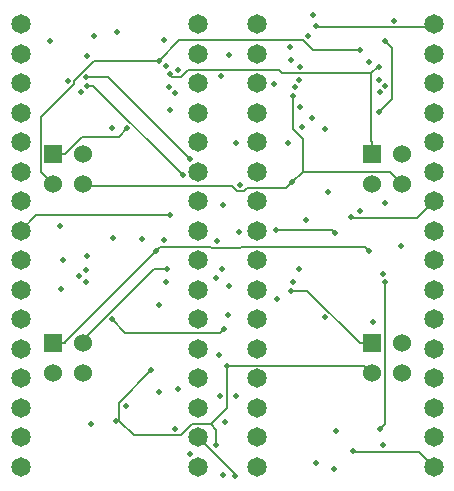
<source format=gbr>
G04 (created by PCBNEW (2013-jul-07)-stable) date Tue 29 Nov 2016 11:37:40 AM PST*
%MOIN*%
G04 Gerber Fmt 3.4, Leading zero omitted, Abs format*
%FSLAX34Y34*%
G01*
G70*
G90*
G04 APERTURE LIST*
%ADD10C,0.00590551*%
%ADD11R,0.06X0.06*%
%ADD12C,0.06*%
%ADD13C,0.065*%
%ADD14C,0.02*%
%ADD15C,0.007*%
G04 APERTURE END LIST*
G54D10*
G54D11*
X21744Y-24500D03*
G54D12*
X21744Y-25500D03*
X22744Y-24500D03*
X22744Y-25500D03*
G54D11*
X21744Y-30799D03*
G54D12*
X21744Y-31799D03*
X22744Y-30799D03*
X22744Y-31799D03*
G54D11*
X32374Y-24500D03*
G54D12*
X32374Y-25500D03*
X33374Y-24500D03*
X33374Y-25500D03*
G54D11*
X32374Y-30799D03*
G54D12*
X32374Y-31799D03*
X33374Y-30799D03*
X33374Y-31799D03*
G54D13*
X28543Y-28051D03*
X28543Y-29035D03*
X28543Y-30019D03*
X28543Y-31003D03*
X28543Y-31988D03*
X28543Y-32972D03*
X28543Y-33956D03*
X28543Y-34940D03*
X34448Y-34940D03*
X34448Y-33956D03*
X34448Y-32972D03*
X34448Y-31988D03*
X34448Y-31003D03*
X34448Y-30019D03*
X34448Y-29035D03*
X34448Y-28051D03*
X28543Y-20177D03*
X28543Y-21161D03*
X28543Y-22145D03*
X28543Y-23129D03*
X28543Y-24114D03*
X28543Y-25098D03*
X28543Y-26082D03*
X28543Y-27066D03*
X34448Y-27066D03*
X34448Y-26082D03*
X34448Y-25098D03*
X34448Y-24114D03*
X34448Y-23129D03*
X34448Y-22145D03*
X34448Y-21161D03*
X34448Y-20177D03*
X20669Y-28051D03*
X20669Y-29035D03*
X20669Y-30019D03*
X20669Y-31003D03*
X20669Y-31988D03*
X20669Y-32972D03*
X20669Y-33956D03*
X20669Y-34940D03*
X26574Y-34940D03*
X26574Y-33956D03*
X26574Y-32972D03*
X26574Y-31988D03*
X26574Y-31003D03*
X26574Y-30019D03*
X26574Y-29035D03*
X26574Y-28051D03*
X20669Y-20177D03*
X20669Y-21161D03*
X20669Y-22145D03*
X20669Y-23129D03*
X20669Y-24114D03*
X20669Y-25098D03*
X20669Y-26082D03*
X20669Y-27066D03*
X26574Y-27066D03*
X26574Y-26082D03*
X26574Y-25098D03*
X26574Y-24114D03*
X26574Y-23129D03*
X26574Y-22145D03*
X26574Y-21161D03*
X26574Y-20177D03*
G54D14*
X24212Y-23655D03*
X30500Y-34818D03*
X27313Y-32568D03*
X27433Y-35208D03*
X31145Y-27151D03*
X27393Y-28336D03*
X27272Y-31201D03*
X24704Y-27325D03*
X22095Y-28028D03*
X29168Y-27050D03*
X24181Y-32913D03*
X27410Y-26211D03*
X29981Y-22928D03*
X27615Y-28908D03*
X30386Y-23292D03*
X25463Y-20717D03*
X23730Y-23656D03*
X27440Y-30339D03*
X23720Y-30021D03*
X29648Y-20929D03*
X30807Y-23679D03*
X33361Y-27558D03*
X30832Y-29953D03*
X27354Y-21904D03*
X25637Y-23031D03*
X25283Y-32442D03*
X25268Y-29551D03*
X32810Y-20743D03*
X32607Y-23100D03*
X32755Y-34217D03*
X32419Y-30093D03*
X25924Y-21722D03*
X25547Y-28347D03*
X32606Y-22028D03*
X32270Y-27730D03*
X32283Y-21430D03*
X25184Y-27730D03*
X25519Y-21586D03*
X25637Y-21851D03*
X25451Y-27380D03*
X32612Y-21605D03*
X29728Y-25432D03*
X22690Y-22440D03*
X29759Y-22562D03*
X22839Y-28773D03*
X29693Y-29064D03*
X31102Y-34997D03*
X23121Y-20586D03*
X23737Y-27321D03*
X30242Y-20573D03*
X30176Y-26723D03*
X22887Y-21253D03*
X29690Y-21369D03*
X27571Y-29874D03*
X22896Y-27911D03*
X30063Y-23610D03*
X29985Y-21593D03*
X29219Y-29336D03*
X23001Y-33493D03*
X29595Y-24131D03*
X27862Y-32569D03*
X22245Y-22078D03*
X22001Y-29014D03*
X29115Y-22185D03*
X27842Y-24146D03*
X26304Y-24668D03*
X22863Y-21947D03*
X22860Y-28363D03*
X29958Y-22050D03*
X29960Y-28347D03*
X27986Y-25525D03*
X27496Y-33450D03*
X33113Y-20063D03*
X26079Y-25213D03*
X22869Y-22233D03*
X22627Y-28571D03*
X29809Y-22284D03*
X29735Y-28771D03*
X27953Y-27097D03*
X25824Y-22467D03*
X26311Y-34495D03*
X25523Y-28764D03*
X32647Y-22452D03*
X32662Y-33664D03*
X32814Y-28767D03*
X27224Y-27421D03*
X27802Y-35251D03*
X31698Y-26614D03*
X25625Y-22274D03*
X32818Y-26130D03*
X32817Y-22237D03*
X31170Y-33755D03*
X32745Y-28495D03*
X27192Y-28628D03*
X31764Y-34394D03*
X25269Y-21411D03*
X31998Y-21030D03*
X31988Y-26415D03*
X23862Y-33393D03*
X27197Y-34213D03*
X30422Y-19866D03*
X21640Y-20748D03*
X27551Y-31560D03*
X23898Y-20449D03*
X27603Y-21194D03*
X21975Y-26895D03*
X30930Y-25789D03*
X25031Y-31708D03*
X30514Y-20239D03*
X25909Y-32349D03*
X25814Y-33658D03*
X25639Y-26540D03*
G54D15*
X21744Y-24500D02*
X22149Y-24500D01*
X23942Y-23925D02*
X24212Y-23655D01*
X22723Y-23925D02*
X23942Y-23925D01*
X22149Y-24500D02*
X22723Y-23925D01*
X31044Y-27050D02*
X31145Y-27151D01*
X29168Y-27050D02*
X31044Y-27050D01*
X24162Y-30463D02*
X23720Y-30021D01*
X27316Y-30463D02*
X24162Y-30463D01*
X27440Y-30339D02*
X27316Y-30463D01*
X33040Y-20974D02*
X32810Y-20743D01*
X33040Y-22666D02*
X33040Y-20974D01*
X32607Y-23100D02*
X33040Y-22666D01*
X25100Y-28347D02*
X25547Y-28347D01*
X22744Y-30704D02*
X25100Y-28347D01*
X22744Y-30799D02*
X22744Y-30704D01*
X21744Y-30799D02*
X22149Y-30799D01*
X22149Y-30765D02*
X25184Y-27730D01*
X22149Y-30799D02*
X22149Y-30765D01*
X32155Y-27615D02*
X32270Y-27730D01*
X28009Y-27615D02*
X32155Y-27615D01*
X27972Y-27651D02*
X28009Y-27615D01*
X27050Y-27651D02*
X27972Y-27651D01*
X26999Y-27601D02*
X27050Y-27651D01*
X25313Y-27601D02*
X26999Y-27601D01*
X25184Y-27730D02*
X25313Y-27601D01*
X32374Y-24500D02*
X32374Y-24094D01*
X32351Y-24072D02*
X32374Y-24094D01*
X32351Y-21821D02*
X32351Y-24072D01*
X29394Y-21821D02*
X32351Y-21821D01*
X29268Y-21695D02*
X29394Y-21821D01*
X26261Y-21695D02*
X29268Y-21695D01*
X26028Y-21928D02*
X26261Y-21695D01*
X25713Y-21928D02*
X26028Y-21928D01*
X25637Y-21851D02*
X25713Y-21928D01*
X32567Y-21605D02*
X32612Y-21605D01*
X32351Y-21821D02*
X32567Y-21605D01*
X29532Y-25628D02*
X29728Y-25432D01*
X28215Y-25628D02*
X29532Y-25628D01*
X28100Y-25743D02*
X28215Y-25628D01*
X27877Y-25743D02*
X28100Y-25743D01*
X27725Y-25590D02*
X27877Y-25743D01*
X22834Y-25590D02*
X27725Y-25590D01*
X22744Y-25500D02*
X22834Y-25590D01*
X29759Y-23690D02*
X29759Y-22562D01*
X30067Y-23998D02*
X29759Y-23690D01*
X30067Y-25093D02*
X30067Y-23998D01*
X32967Y-25093D02*
X30067Y-25093D01*
X33374Y-25500D02*
X32967Y-25093D01*
X30067Y-25093D02*
X29728Y-25432D01*
X32374Y-30799D02*
X31968Y-30799D01*
X30233Y-29064D02*
X29693Y-29064D01*
X31968Y-30799D02*
X30233Y-29064D01*
X23583Y-21947D02*
X22863Y-21947D01*
X26304Y-24668D02*
X23583Y-21947D01*
X23099Y-22233D02*
X26079Y-25213D01*
X22869Y-22233D02*
X23099Y-22233D01*
X32814Y-33512D02*
X32814Y-28767D01*
X32662Y-33664D02*
X32814Y-33512D01*
X27802Y-35184D02*
X27802Y-35251D01*
X26574Y-33956D02*
X27802Y-35184D01*
X33892Y-26639D02*
X34448Y-26082D01*
X31723Y-26639D02*
X33892Y-26639D01*
X31698Y-26614D02*
X31723Y-26639D01*
X31799Y-34428D02*
X31764Y-34394D01*
X31799Y-34428D02*
X31799Y-34428D01*
X33936Y-34428D02*
X31799Y-34428D01*
X34448Y-34940D02*
X33936Y-34428D01*
X30409Y-21030D02*
X31998Y-21030D01*
X30096Y-20717D02*
X30409Y-21030D01*
X25963Y-20717D02*
X30096Y-20717D01*
X25269Y-21411D02*
X25963Y-20717D01*
X23104Y-21411D02*
X25269Y-21411D01*
X22453Y-22062D02*
X23104Y-21411D01*
X22453Y-22160D02*
X22453Y-22062D01*
X21338Y-23275D02*
X22453Y-22160D01*
X21338Y-25094D02*
X21338Y-23275D01*
X21744Y-25500D02*
X21338Y-25094D01*
X23946Y-33393D02*
X23862Y-33393D01*
X26378Y-33524D02*
X27004Y-33524D01*
X26021Y-33881D02*
X26378Y-33524D01*
X24435Y-33881D02*
X26021Y-33881D01*
X23946Y-33393D02*
X24435Y-33881D01*
X27197Y-33716D02*
X27197Y-34213D01*
X27004Y-33524D02*
X27197Y-33716D01*
X32132Y-31558D02*
X32374Y-31799D01*
X27554Y-31558D02*
X32132Y-31558D01*
X27551Y-31560D02*
X27554Y-31558D01*
X27551Y-32978D02*
X27551Y-31560D01*
X27004Y-33524D02*
X27551Y-32978D01*
X23946Y-32792D02*
X25031Y-31708D01*
X23946Y-33393D02*
X23946Y-32792D01*
X30543Y-20269D02*
X30514Y-20239D01*
X34356Y-20269D02*
X30543Y-20269D01*
X34448Y-20177D02*
X34356Y-20269D01*
X21195Y-26540D02*
X20669Y-27066D01*
X25639Y-26540D02*
X21195Y-26540D01*
M02*

</source>
